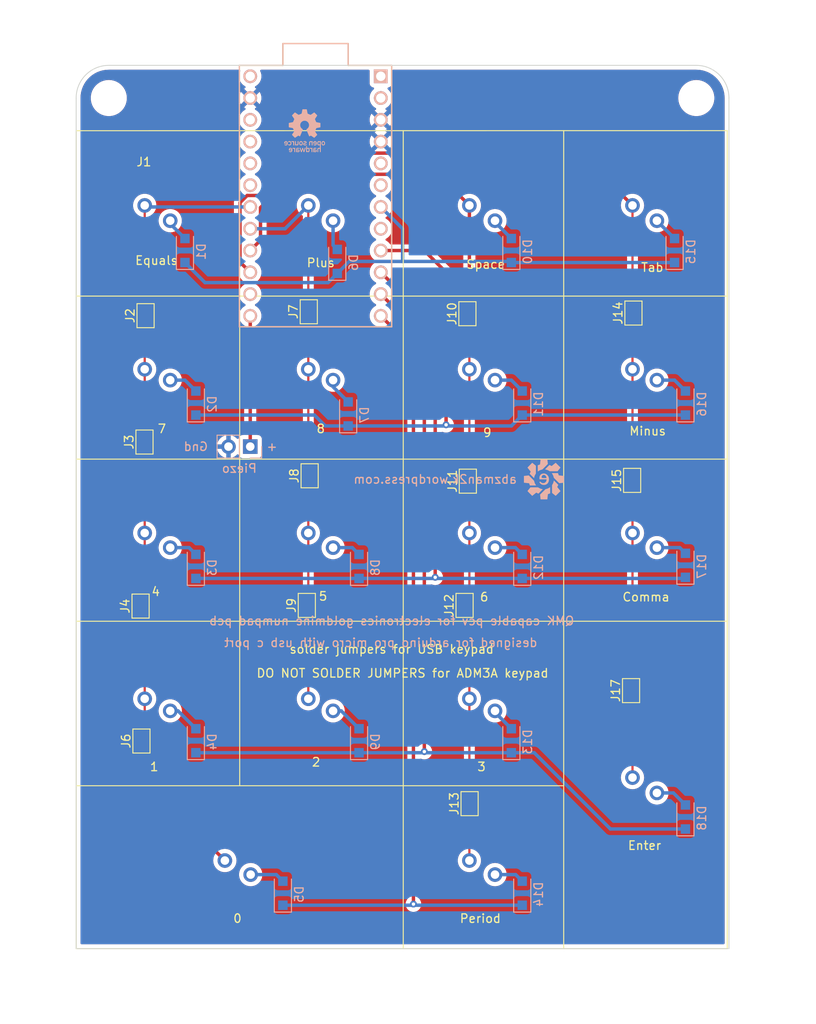
<source format=kicad_pcb>
(kicad_pcb (version 20211014) (generator pcbnew)
  (layers (0 "F.Cu" signal) (31 "B.Cu" signal) (34 "B.Paste" user) (35 "F.Paste" user) (36 "B.SilkS" user "B.Silkscreen") (37 "F.SilkS" user "F.Silkscreen") (38 "B.Mask" user) (39 "F.Mask" user) (44 "Edge.Cuts" user))
  (net 0 "")
  (net 1 "Net-(B1-Pad1)")
  (net 2 "GND")
  (net 3 "/row1")
  (net 4 "Net-(D1-Pad2)")
  (net 5 "/row2")
  (net 6 "Net-(D2-Pad2)")
  (net 7 "/row3")
  (net 8 "Net-(D3-Pad2)")
  (net 9 "/row4")
  (net 10 "Net-(D4-Pad2)")
  (net 11 "/row5")
  (net 12 "Net-(D5-Pad2)")
  (net 13 "Net-(D6-Pad2)")
  (net 14 "Net-(D7-Pad2)")
  (net 15 "Net-(D8-Pad2)")
  (net 16 "Net-(D9-Pad2)")
  (net 17 "Net-(D10-Pad2)")
  (net 18 "Net-(D11-Pad2)")
  (net 19 "Net-(D12-Pad2)")
  (net 20 "Net-(D13-Pad2)")
  (net 21 "Net-(D14-Pad2)")
  (net 22 "Net-(D15-Pad2)")
  (net 23 "Net-(D16-Pad2)")
  (net 24 "Net-(D17-Pad2)")
  (net 25 "Net-(D18-Pad2)")
  (net 26 "/col1")
  (net 27 "/col2")
  (net 28 "/col3")
  (net 29 "/col4")
  (net 41 "Net-(J1-Pad9)")
  (net 42 "Net-(J1-Pad11)")
  (net 43 "Net-(J1-Pad13)")
  (net 44 "Net-(J1-Pad15)")
  (net 45 "Net-(J1-Pad17)")
  (net 46 "Net-(J1-Pad19)")
  (net 47 "Net-(J1-Pad21)")
  (net 48 "Net-(J1-Pad25)")
  (net 49 "Net-(J1-Pad27)")
  (net 50 "Net-(J1-Pad29)")
  (net 51 "Net-(J1-Pad31)")
  (net 52 "Net-(J1-Pad33)")
  (net 53 "Net-(J1-Pad35)")
  (net 54 "Net-(J17-Pad2)")
  (footprint "Jumper:SolderJumper-2_P1.3mm_Open_TrianglePad1.0x1.5mm" (layer "F.Cu") (at 154.94 85.307 90)
    (fp_text reference "J11" (at 0 -1.8 90) (layer "F.SilkS"))
    (fp_text value "Conn_01x02")
    (pad "1" smd custom locked (at -0.725 0 90) (size 0.3 0.3) (layers "F.Cu" "F.Mask") (net 47 "Net-(J1-Pad21)") (options (clearance outline) (anchor rect)) (primitives (gr_poly (pts (xy 1 0) (xy 0.5 0.75) (xy -0.5 0.75) (xy -0.5 -0.75) (xy 0.5 -0.75)) (width 0) (fill yes))))
    (pad "2" smd custom locked (at 0.725 0 90) (size 0.3 0.3) (layers "F.Cu" "F.Mask") (net 43 "Net-(J1-Pad13)") (options (clearance outline) (anchor rect)) (primitives (gr_poly (pts (xy 0.5 0.75) (xy -0.65 0.75) (xy -0.15 0) (xy -0.65 -0.75) (xy 0.5 -0.75)) (width 0) (fill yes))))
  )
  (footprint "Jumper:SolderJumper-2_P1.3mm_Open_TrianglePad1.0x1.5mm" (layer "F.Cu") (at 136.3726 65.5574 90)
    (fp_text reference "J7" (at 0 -1.8 90) (layer "F.SilkS"))
    (fp_text value "Conn_01x02")
    (pad "1" smd custom locked (at -0.725 0 90) (size 0.3 0.3) (layers "F.Cu" "F.Mask") (net 42 "Net-(J1-Pad11)") (options (clearance outline) (anchor rect)) (primitives (gr_poly (pts (xy 1 0) (xy 0.5 0.75) (xy -0.5 0.75) (xy -0.5 -0.75) (xy 0.5 -0.75)) (width 0) (fill yes))))
    (pad "2" smd custom locked (at 0.725 0 90) (size 0.3 0.3) (layers "F.Cu" "F.Mask") (net 27 "/col2") (options (clearance outline) (anchor rect)) (primitives (gr_poly (pts (xy 0.5 0.75) (xy -0.65 0.75) (xy -0.15 0) (xy -0.65 -0.75) (xy 0.5 -0.75)) (width 0) (fill yes))))
  )
  (footprint "Jumper:SolderJumper-2_P1.3mm_Open_TrianglePad1.0x1.5mm" (layer "F.Cu") (at 136.4742 84.6836 90)
    (fp_text reference "J8" (at 0 -1.8 90) (layer "F.SilkS"))
    (fp_text value "Conn_01x02")
    (pad "1" smd custom locked (at -0.725 0 90) (size 0.3 0.3) (layers "F.Cu" "F.Mask") (net 46 "Net-(J1-Pad19)") (options (clearance outline) (anchor rect)) (primitives (gr_poly (pts (xy 1 0) (xy 0.5 0.75) (xy -0.5 0.75) (xy -0.5 -0.75) (xy 0.5 -0.75)) (width 0) (fill yes))))
    (pad "2" smd custom locked (at 0.725 0 90) (size 0.3 0.3) (layers "F.Cu" "F.Mask") (net 42 "Net-(J1-Pad11)") (options (clearance outline) (anchor rect)) (primitives (gr_poly (pts (xy 0.5 0.75) (xy -0.65 0.75) (xy -0.15 0) (xy -0.65 -0.75) (xy 0.5 -0.75)) (width 0) (fill yes))))
  )
  (footprint "Jumper:SolderJumper-2_P1.3mm_Open_TrianglePad1.0x1.5mm" (layer "F.Cu") (at 174.117 85.217 90)
    (fp_text reference "J15" (at 0 -1.8 90) (layer "F.SilkS"))
    (fp_text value "Conn_01x02")
    (pad "1" smd custom locked (at -0.725 0 90) (size 0.3 0.3) (layers "F.Cu" "F.Mask") (net 54 "Net-(J17-Pad2)") (options (clearance outline) (anchor rect)) (primitives (gr_poly (pts (xy 1 0) (xy 0.5 0.75) (xy -0.5 0.75) (xy -0.5 -0.75) (xy 0.5 -0.75)) (width 0) (fill yes))))
    (pad "2" smd custom locked (at 0.725 0 90) (size 0.3 0.3) (layers "F.Cu" "F.Mask") (net 44 "Net-(J1-Pad15)") (options (clearance outline) (anchor rect)) (primitives (gr_poly (pts (xy 0.5 0.75) (xy -0.65 0.75) (xy -0.15 0) (xy -0.65 -0.75) (xy 0.5 -0.75)) (width 0) (fill yes))))
  )
  (footprint "Jumper:SolderJumper-2_P1.3mm_Open_TrianglePad1.0x1.5mm" (layer "F.Cu") (at 174.2694 65.7098 90)
    (fp_text reference "J14" (at 0 -1.8 90) (layer "F.SilkS"))
    (fp_text value "Conn_01x02")
    (pad "1" smd custom locked (at -0.725 0 90) (size 0.3 0.3) (layers "F.Cu" "F.Mask") (net 44 "Net-(J1-Pad15)") (options (clearance outline) (anchor rect)) (primitives (gr_poly (pts (xy 1 0) (xy 0.5 0.75) (xy -0.5 0.75) (xy -0.5 -0.75) (xy 0.5 -0.75)) (width 0) (fill yes))))
    (pad "2" smd custom locked (at 0.725 0 90) (size 0.3 0.3) (layers "F.Cu" "F.Mask") (net 29 "/col4") (options (clearance outline) (anchor rect)) (primitives (gr_poly (pts (xy 0.5 0.75) (xy -0.65 0.75) (xy -0.15 0) (xy -0.65 -0.75) (xy 0.5 -0.75)) (width 0) (fill yes))))
  )
  (footprint "Evan's misc parts:electronicsgoldmine_numpad" (layer "F.Cu") (at 109.22 44.45)
    (fp_text reference "J1" (at 7.91 3.64 unlocked) (layer "F.SilkS"))
    (fp_text value "numpad")
    (fp_text user "4" (at 9.29 53.74 unlocked) (layer "F.SilkS"))
    (fp_text user "Comma" (at 66.52 54.37 unlocked) (layer "F.SilkS"))
    (fp_text user "1" (at 9.11 74.16 unlocked) (layer "F.SilkS"))
    (fp_text user "Minus" (at 66.71 35.02 unlocked) (layer "F.SilkS"))
    (fp_text user "Enter" (at 66.35 83.34 unlocked) (layer "F.SilkS"))
    (fp_text user "Plus" (at 28.55 15.4 unlocked) (layer "F.SilkS"))
    (fp_text user "2" (at 28.01 73.62 unlocked) (layer "F.SilkS"))
    (fp_text user "5" (at 28.82 54.28 unlocked) (layer "F.SilkS"))
    (fp_text user "Period" (at 47.18 91.85 unlocked) (layer "F.SilkS"))
    (fp_text user "7" (at 10.01 34.75 unlocked) (layer "F.SilkS"))
    (fp_text user "3" (at 47.32 74.16 unlocked) (layer "F.SilkS"))
    (fp_text user "8" (at 28.55 34.75 unlocked) (layer "F.SilkS"))
    (fp_text user "9" (at 47.99 35.2 unlocked) (layer "F.SilkS"))
    (fp_text user "Equals" (at 9.38 15.13 unlocked) (layer "F.SilkS"))
    (fp_text user "Space" (at 47.81 15.58 unlocked) (layer "F.SilkS"))
    (fp_text user "6" (at 47.63 54.37 unlocked) (layer "F.SilkS"))
    (fp_text user "0" (at 18.83 91.85 unlocked) (layer "F.SilkS"))
    (fp_text user "Tab" (at 67.25 15.94 unlocked) (layer "F.SilkS"))
    (pad "1" thru_hole circle (at 8 8.71) (size 1.7 1.7) (drill 1) (layers *.Cu *.Mask) (net 26 "/col1"))
    (pad "2" thru_hole circle (at 10.98 10.49) (size 1.7 1.7) (drill 1) (layers *.Cu *.Mask) (net 4 "Net-(D1-Pad2)"))
    (pad "3" thru_hole circle (at 27.1 8.71) (size 1.7 1.7) (drill 1) (layers *.Cu *.Mask) (net 27 "/col2"))
    (pad "4" thru_hole circle (at 29.99 10.49) (size 1.7 1.7) (drill 1) (layers *.Cu *.Mask) (net 13 "Net-(D6-Pad2)"))
    (pad "5" thru_hole circle (at 45.9 8.71) (size 1.7 1.7) (drill 1) (layers *.Cu *.Mask) (net 28 "/col3"))
    (pad "6" thru_hole circle (at 48.89 10.49) (size 1.7 1.7) (drill 1) (layers *.Cu *.Mask) (net 17 "Net-(D10-Pad2)"))
    (pad "7" thru_hole circle (at 64.94 8.71) (size 1.7 1.7) (drill 1) (layers *.Cu *.Mask) (net 29 "/col4"))
    (pad "8" thru_hole circle (at 67.79 10.49) (size 1.7 1.7) (drill 1) (layers *.Cu *.Mask) (net 22 "Net-(D15-Pad2)"))
    (pad "9" thru_hole circle (at 8 27.81) (size 1.7 1.7) (drill 1) (layers *.Cu *.Mask) (net 41 "Net-(J1-Pad9)"))
    (pad "10" thru_hole circle (at 10.98 29.08) (size 1.7 1.7) (drill 1) (layers *.Cu *.Mask) (net 6 "Net-(D2-Pad2)"))
    (pad "11" thru_hole circle (at 27.1 27.81) (size 1.7 1.7) (drill 1) (layers *.Cu *.Mask) (net 42 "Net-(J1-Pad11)"))
    (pad "12" thru_hole circle (at 29.99 29.08) (size 1.7 1.7) (drill 1) (layers *.Cu *.Mask) (net 14 "Net-(D7-Pad2)"))
    (pad "13" thru_hole circle (at 45.9 27.81) (size 1.7 1.7) (drill 1) (layers *.Cu *.Mask) (net 43 "Net-(J1-Pad13)"))
    (pad "14" thru_hole circle (at 48.89 29.08) (size 1.7 1.7) (drill 1) (layers *.Cu *.Mask) (net 18 "Net-(D11-Pad2)"))
    (pad "15" thru_hole circle (at 64.94 27.81) (size 1.7 1.7) (drill 1) (layers *.Cu *.Mask) (net 44 "Net-(J1-Pad15)"))
    (pad "16" thru_hole circle (at 67.79 29.08) (size 1.7 1.7) (drill 1) (layers *.Cu *.Mask) (net 23 "Net-(D16-Pad2)"))
    (pad "17" thru_hole circle (at 8 46.9) (size 1.7 1.7) (drill 1) (layers *.Cu *.Mask) (net 45 "Net-(J1-Pad17)"))
    (pad "18" thru_hole circle (at 10.98 48.61) (size 1.7 1.7) (drill 1) (layers *.Cu *.Mask) (net 8 "Net-(D3-Pad2)"))
    (pad "19" thru_hole circle (at 27.1 46.9) (size 1.7 1.7) (drill 1) (layers *.Cu *.Mask) (net 46 "Net-(J1-Pad19)"))
    (pad "20" thru_hole circle (at 29.99 48.61) (size 1.7 1.7) (drill 1) (layers *.Cu *.Mask) (net 15 "Net-(D8-Pad2)"))
    (pad "21" thru_hole circle (at 45.9 46.9) (size 1.7 1.7) (drill 1) (layers *.Cu *.Mask) (net 47 "Net-(J1-Pad21)"))
    (pad "22" thru_hole circle (at 48.89 48.61) (size 1.7 1.7) (drill 1) (layers *.Cu *.Mask) (net 19 "Net-(D12-Pad2)"))
    (pad "23" thru_hole circle (at 64.94 46.9) (size 1.7 1.7) (drill 1) (layers *.Cu *.Mask) (net 54 "Net-(J17-Pad2)"))
    (pad "24" thru_hole circle (at 67.79 48.61) (size 1.7 1.7) (drill 1) (layers *.Cu *.Mask) (net 24 "Net-(D17-Pad2)"))
    (pad "25" thru_hole circle (at 8 66.23) (size 1.7 1.7) (drill 1) (layers *.Cu *.Mask) (net 48 "Net-(J1-Pad25)"))
    (pad "26" thru_hole circle (at 10.98 67.64) (size 1.7 1.7) (drill 1) (layers *.Cu *.Mask) (net 10 "Net-(D4-Pad2)"))
    (pad "27" thru_hole circle (at 27.1 66.23) (size 1.7 1.7) (drill 1) (layers *.Cu *.Mask) (net 49 "Net-(J1-Pad27)"))
    (pad "28" thru_hole circle (at 29.99 67.64) (size 1.7 1.7) (drill 1) (layers *.Cu *.Mask) (net 16 "Net-(D9-Pad2)"))
    (pad "29" thru_hole circle (at 45.9 66.23) (size 1.7 1.7) (drill 1) (layers *.Cu *.Mask) (net 50 "Net-(J1-Pad29)"))
    (pad "30" thru_hole circle (at 48.89 67.64) (size 1.7 1.7) (drill 1) (layers *.Cu *.Mask) (net 20 "Net-(D13-Pad2)"))
    (pad "31" thru_hole circle (at 64.94 75.42) (size 1.7 1.7) (drill 1) (layers *.Cu *.Mask) (net 51 "Net-(J1-Pad31)"))
    (pad "32" thru_hole circle (at 67.79 77.21) (size 1.7 1.7) (drill 1) (layers *.Cu *.Mask) (net 25 "Net-(D18-Pad2)"))
    (pad "33" thru_hole circle (at 17.36 85.09) (size 1.7 1.7) (drill 1) (layers *.Cu *.Mask) (net 52 "Net-(J1-Pad33)"))
    (pad "34" thru_hole circle (at 20.37 86.73) (size 1.7 1.7) (drill 1) (layers *.Cu *.Mask) (net 12 "Net-(D5-Pad2)"))
    (pad "35" thru_hole circle (at 45.9 85.09) (size 1.7 1.7) (drill 1) (layers *.Cu *.Mask) (net 53 "Net-(J1-Pad35)"))
    (pad "36" thru_hole circle (at 48.89 86.73) (size 1.7 1.7) (drill 1) (layers *.Cu *.Mask) (net 21 "Net-(D14-Pad2)"))
  )
  (footprint "Jumper:SolderJumper-2_P1.3mm_Open_TrianglePad1.0x1.5mm" (layer "F.Cu") (at 136.144 99.7966 90)
    (fp_text reference "J9" (at 0 -1.8 90) (layer "F.SilkS"))
    (fp_text value "Conn_01x02")
    (pad "1" smd custom locked (at -0.725 0 90) (size 0.3 0.3) (layers "F.Cu" "F.Mask") (net 49 "Net-(J1-Pad27)") (options (clearance outline) (anchor rect)) (primitives (gr_poly (pts (xy 1 0) (xy 0.5 0.75) (xy -0.5 0.75) (xy -0.5 -0.75) (xy 0.5 -0.75)) (width 0) (fill yes))))
    (pad "2" smd custom locked (at 0.725 0 90) (size 0.3 0.3) (layers "F.Cu" "F.Mask") (net 46 "Net-(J1-Pad19)") (options (clearance outline) (anchor rect)) (primitives (gr_poly (pts (xy 0.5 0.75) (xy -0.65 0.75) (xy -0.15 0) (xy -0.65 -0.75) (xy 0.5 -0.75)) (width 0) (fill yes))))
  )
  (footprint "MountingHole:MountingHole_3.2mm_M3" (layer "F.Cu") (at 113.03 40.64)
    (fp_text reference "REF**" hide)
    (fp_text value "MountingHole_3.2mm_M3")
    (pad "" np_thru_hole circle locked (at 0 0) (size 3.2 3.2) (drill 3.2) (layers *.Cu *.Mask))
  )
  (footprint "Jumper:SolderJumper-2_P1.3mm_Open_TrianglePad1.0x1.5mm" (layer "F.Cu") (at 154.8892 65.786 90)
    (fp_text reference "J10" (at 0 -1.8 90) (layer "F.SilkS"))
    (fp_text value "Conn_01x02")
    (pad "1" smd custom locked (at -0.725 0 90) (size 0.3 0.3) (layers "F.Cu" "F.Mask") (net 43 "Net-(J1-Pad13)") (options (clearance outline) (anchor rect)) (primitives (gr_poly (pts (xy 1 0) (xy 0.5 0.75) (xy -0.5 0.75) (xy -0.5 -0.75) (xy 0.5 -0.75)) (width 0) (fill yes))))
    (pad "2" smd custom locked (at 0.725 0 90) (size 0.3 0.3) (layers "F.Cu" "F.Mask") (net 28 "/col3") (options (clearance outline) (anchor rect)) (primitives (gr_poly (pts (xy 0.5 0.75) (xy -0.65 0.75) (xy -0.15 0) (xy -0.65 -0.75) (xy 0.5 -0.75)) (width 0) (fill yes))))
  )
  (footprint "Jumper:SolderJumper-2_P1.3mm_Open_TrianglePad1.0x1.5mm" (layer "F.Cu") (at 116.84 115.607 90)
    (fp_text reference "J6" (at 0 -1.8 90) (layer "F.SilkS"))
    (fp_text value "Conn_01x02")
    (pad "1" smd custom locked (at -0.725 0 90) (size 0.3 0.3) (layers "F.Cu" "F.Mask") (net 52 "Net-(J1-Pad33)") (options (clearance outline) (anchor rect)) (primitives (gr_poly (pts (xy 1 0) (xy 0.5 0.75) (xy -0.5 0.75) (xy -0.5 -0.75) (xy 0.5 -0.75)) (width 0) (fill yes))))
    (pad "2" smd custom locked (at 0.725 0 90) (size 0.3 0.3) (layers "F.Cu" "F.Mask") (net 48 "Net-(J1-Pad25)") (options (clearance outline) (anchor rect)) (primitives (gr_poly (pts (xy 0.5 0.75) (xy -0.65 0.75) (xy -0.15 0) (xy -0.65 -0.75) (xy 0.5 -0.75)) (width 0) (fill yes))))
  )
  (footprint "Jumper:SolderJumper-2_P1.3mm_Open_TrianglePad1.0x1.5mm" (layer "F.Cu") (at 155.1432 122.9106 90)
    (fp_text reference "J13" (at 0 -1.8 90) (layer "F.SilkS"))
    (fp_text value "Conn_01x02")
    (pad "1" smd custom locked (at -0.725 0 90) (size 0.3 0.3) (layers "F.Cu" "F.Mask") (net 53 "Net-(J1-Pad35)") (options (clearance outline) (anchor rect)) (primitives (gr_poly (pts (xy 1 0) (xy 0.5 0.75) (xy -0.5 0.75) (xy -0.5 -0.75) (xy 0.5 -0.75)) (width 0) (fill yes))))
    (pad "2" smd custom locked (at 0.725 0 90) (size 0.3 0.3) (layers "F.Cu" "F.Mask") (net 50 "Net-(J1-Pad29)") (options (clearance outline) (anchor rect)) (primitives (gr_poly (pts (xy 0.5 0.75) (xy -0.65 0.75) (xy -0.15 0) (xy -0.65 -0.75) (xy 0.5 -0.75)) (width 0) (fill yes))))
  )
  (footprint "Jumper:SolderJumper-2_P1.3mm_Open_TrianglePad1.0x1.5mm" (layer "F.Cu") (at 116.7384 99.8728 90)
    (fp_text reference "J4" (at 0 -1.8 90) (layer "F.SilkS"))
    (fp_text value "Conn_01x02")
    (pad "1" smd custom locked (at -0.725 0 90) (size 0.3 0.3) (layers "F.Cu" "F.Mask") (net 48 "Net-(J1-Pad25)") (options (clearance outline) (anchor rect)) (primitives (gr_poly (pts (xy 1 0) (xy 0.5 0.75) (xy -0.5 0.75) (xy -0.5 -0.75) (xy 0.5 -0.75)) (width 0) (fill yes))))
    (pad "2" smd custom locked (at 0.725 0 90) (size 0.3 0.3) (layers "F.Cu" "F.Mask") (net 45 "Net-(J1-Pad17)") (options (clearance outline) (anchor rect)) (primitives (gr_poly (pts (xy 0.5 0.75) (xy -0.65 0.75) (xy -0.15 0) (xy -0.65 -0.75) (xy 0.5 -0.75)) (width 0) (fill yes))))
  )
  (footprint "Jumper:SolderJumper-2_P1.3mm_Open_TrianglePad1.0x1.5mm" (layer "F.Cu") (at 173.99 109.728 90)
    (fp_text reference "J17" (at 0 -1.8 90) (layer "F.SilkS"))
    (fp_text value "Conn_01x02")
    (pad "1" smd custom locked (at -0.725 0 90) (size 0.3 0.3) (layers "F.Cu" "F.Mask") (net 51 "Net-(J1-Pad31)") (options (clearance outline) (anchor rect)) (primitives (gr_poly (pts (xy 1 0) (xy 0.5 0.75) (xy -0.5 0.75) (xy -0.5 -0.75) (xy 0.5 -0.75)) (width 0) (fill yes))))
    (pad "2" smd custom locked (at 0.725 0 90) (size 0.3 0.3) (layers "F.Cu" "F.Mask") (net 54 "Net-(J17-Pad2)") (options (clearance outline) (anchor rect)) (primitives (gr_poly (pts (xy 0.5 0.75) (xy -0.65 0.75) (xy -0.15 0) (xy -0.65 -0.75) (xy 0.5 -0.75)) (width 0) (fill yes))))
  )
  (footprint "MountingHole:MountingHole_3.2mm_M3" (layer "F.Cu") (at 181.61 40.64)
    (fp_text reference "REF**" hide)
    (fp_text value "MountingHole_3.2mm_M3")
    (pad "" np_thru_hole circle locked (at 0 0) (size 3.2 3.2) (drill 3.2) (layers *.Cu *.Mask))
  )
  (footprint "Jumper:SolderJumper-2_P1.3mm_Open_TrianglePad1.0x1.5mm" (layer "F.Cu") (at 154.559 99.7966 90)
    (fp_text reference "J12" (at 0 -1.8 90) (layer "F.SilkS"))
    (fp_text value "Conn_01x02")
    (pad "1" smd custom locked (at -0.725 0 90) (size 0.3 0.3) (layers "F.Cu" "F.Mask") (net 50 "Net-(J1-Pad29)") (options (clearance outline) (anchor rect)) (primitives (gr_poly (pts (xy 1 0) (xy 0.5 0.75) (xy -0.5 0.75) (xy -0.5 -0.75) (xy 0.5 -0.75)) (width 0) (fill yes))))
    (pad "2" smd custom locked (at 0.725 0 90) (size 0.3 0.3) (layers "F.Cu" "F.Mask") (net 47 "Net-(J1-Pad21)") (options (clearance outline) (anchor rect)) (primitives (gr_poly (pts (xy 0.5 0.75) (xy -0.65 0.75) (xy -0.15 0) (xy -0.65 -0.75) (xy 0.5 -0.75)) (width 0) (fill yes))))
  )
  (footprint "Jumper:SolderJumper-2_P1.3mm_Open_TrianglePad1.0x1.5mm" (layer "F.Cu") (at 117.1956 80.7466 90)
    (fp_text reference "J3" (at 0 -1.8 90) (layer "F.SilkS"))
    (fp_text value "Conn_01x02")
    (pad "1" smd custom locked (at -0.725 0 90) (size 0.3 0.3) (layers "F.Cu" "F.Mask") (net 45 "Net-(J1-Pad17)") (options (clearance outline) (anchor rect)) (primitives (gr_poly (pts (xy 1 0) (xy 0.5 0.75) (xy -0.5 0.75) (xy -0.5 -0.75) (xy 0.5 -0.75)) (width 0) (fill yes))))
    (pad "2" smd custom locked (at 0.725 0 90) (size 0.3 0.3) (layers "F.Cu" "F.Mask") (net 41 "Net-(J1-Pad9)") (options (clearance outline) (anchor rect)) (primitives (gr_poly (pts (xy 0.5 0.75) (xy -0.65 0.75) (xy -0.15 0) (xy -0.65 -0.75) (xy 0.5 -0.75)) (width 0) (fill yes))))
  )
  (footprint "Jumper:SolderJumper-2_P1.3mm_Open_TrianglePad1.0x1.5mm" (layer "F.Cu") (at 117.3226 66.0146 90)
    (fp_text reference "J2" (at 0 -1.8 90) (layer "F.SilkS"))
    (fp_text value "Conn_01x02")
    (pad "1" smd custom locked (at -0.725 0 90) (size 0.3 0.3) (layers "F.Cu" "F.Mask") (net 41 "Net-(J1-Pad9)") (options (clearance outline) (anchor rect)) (primitives (gr_poly (pts (xy 1 0) (xy 0.5 0.75) (xy -0.5 0.75) (xy -0.5 -0.75) (xy 0.5 -0.75)) (width 0) (fill yes))))
    (pad "2" smd custom locked (at 0.725 0 90) (size 0.3 0.3) (layers "F.Cu" "F.Mask") (net 26 "/col1") (options (clearance outline) (anchor rect)) (primitives (gr_poly (pts (xy 0.5 0.75) (xy -0.65 0.75) (xy -0.15 0) (xy -0.65 -0.75) (xy 0.5 -0.75)) (width 0) (fill yes))))
  )
  (footprint "Diode_SMD:D_SOD-123F" (layer "B.Cu") (at 123.19 95.25 90)
    (fp_text reference "D3" (at -0.127 1.905 90) (layer "B.SilkS") (effects (justify mirror)))
    (fp_text value "1N4148")
    (pad "1" smd rect locked (at -1.4 0 90) (size 1.1 1.1) (layers "B.Cu" "B.Paste" "B.Mask") (net 7 "/row3"))
    (pad "2" smd rect locked (at 1.4 0 90) (size 1.1 1.1) (layers "B.Cu" "B.Paste" "B.Mask") (net 8 "Net-(D3-Pad2)"))
  )
  (footprint "Diode_SMD:D_SOD-123F" (layer "B.Cu") (at 161.29 76.2 90)
    (fp_text reference "D11" (at -0.127 1.905 90) (layer "B.SilkS") (effects (justify mirror)))
    (fp_text value "1N4148")
    (pad "1" smd rect locked (at -1.4 0 90) (size 1.1 1.1) (layers "B.Cu" "B.Paste" "B.Mask") (net 5 "/row2"))
    (pad "2" smd rect locked (at 1.4 0 90) (size 1.1 1.1) (layers "B.Cu" "B.Paste" "B.Mask") (net 18 "Net-(D11-Pad2)"))
  )
  (footprint "Diode_SMD:D_SOD-123F" (layer "B.Cu") (at 180.34 76.2 90)
    (fp_text reference "D16" (at -0.127 1.905 90) (layer "B.SilkS") (effects (justify mirror)))
    (fp_text value "1N4148")
    (pad "1" smd rect locked (at -1.4 0 90) (size 1.1 1.1) (layers "B.Cu" "B.Paste" "B.Mask") (net 5 "/row2"))
    (pad "2" smd rect locked (at 1.4 0 90) (size 1.1 1.1) (layers "B.Cu" "B.Paste" "B.Mask") (net 23 "Net-(D16-Pad2)"))
  )
  (footprint "Diode_SMD:D_SOD-123F" (layer "B.Cu") (at 121.92 58.42 90)
    (fp_text reference "D1" (at -0.127 1.905 90) (layer "B.SilkS") (effects (justify mirror)))
    (fp_text value "1N4148")
    (pad "1" smd rect locked (at -1.4 0 90) (size 1.1 1.1) (layers "B.Cu" "B.Paste" "B.Mask") (net 3 "/row1"))
    (pad "2" smd rect locked (at 1.4 0 90) (size 1.1 1.1) (layers "B.Cu" "B.Paste" "B.Mask") (net 4 "Net-(D1-Pad2)"))
  )
  (footprint "Diode_SMD:D_SOD-123F" (layer "B.Cu") (at 180.34 124.46 90)
    (fp_text reference "D18" (at -0.127 1.905 90) (layer "B.SilkS") (effects (justify mirror)))
    (fp_text value "1N4148")
    (pad "1" smd rect locked (at -1.4 0 90) (size 1.1 1.1) (layers "B.Cu" "B.Paste" "B.Mask") (net 9 "/row4"))
    (pad "2" smd rect locked (at 1.4 0 90) (size 1.1 1.1) (layers "B.Cu" "B.Paste" "B.Mask") (net 25 "Net-(D18-Pad2)"))
  )
  (footprint "Evan's misc parts:Evan Logo" (layer "B.Cu") (at 163.83 85.09 180)
    (fp_text reference "G***" hide)
    (fp_text value "LOGO" hide)
  )
  (footprint "Diode_SMD:D_SOD-123F" (layer "B.Cu") (at 160.02 115.57 90)
    (fp_text reference "D13" (at -0.127 1.905 90) (layer "B.SilkS") (effects (justify mirror)))
    (fp_text value "1N4148")
    (pad "1" smd rect locked (at -1.4 0 90) (size 1.1 1.1) (layers "B.Cu" "B.Paste" "B.Mask") (net 9 "/row4"))
    (pad "2" smd rect locked (at 1.4 0 90) (size 1.1 1.1) (layers "B.Cu" "B.Paste" "B.Mask") (net 20 "Net-(D13-Pad2)"))
  )
  (footprint "Diode_SMD:D_SOD-123F" (layer "B.Cu") (at 123.19 115.57 90)
    (fp_text reference "D4" (at -0.127 1.905 90) (layer "B.SilkS") (effects (justify mirror)))
    (fp_text value "1N4148")
    (pad "1" smd rect locked (at -1.4 0 90) (size 1.1 1.1) (layers "B.Cu" "B.Paste" "B.Mask") (net 9 "/row4"))
    (pad "2" smd rect locked (at 1.4 0 90) (size 1.1 1.1) (layers "B.Cu" "B.Paste" "B.Mask") (net 10 "Net-(D4-Pad2)"))
  )
  (footprint "Diode_SMD:D_SOD-123F" (layer "B.Cu") (at 161.29 133.35 90)
    (fp_text reference "D14" (at -0.127 1.905 90) (layer "B.SilkS") (effects (justify mirror)))
    (fp_text value "1N4148")
    (pad "1" smd rect locked (at -1.4 0 90) (size 1.1 1.1) (layers "B.Cu" "B.Paste" "B.Mask") (net 11 "/row5"))
    (pad "2" smd rect locked (at 1.4 0 90) (size 1.1 1.1) (layers "B.Cu" "B.Paste" "B.Mask") (net 21 "Net-(D14-Pad2)"))
  )
  (footprint "Diode_SMD:D_SOD-123F" (layer "B.Cu") (at 160.02 58.42 90)
    (fp_text reference "D10" (at -0.127 1.905 90) (layer "B.SilkS") (effects (justify mirror)))
    (fp_text value "1N4148")
    (pad "1" smd rect locked (at -1.4 0 90) (size 1.1 1.1) (layers "B.Cu" "B.Paste" "B.Mask") (net 3 "/row1"))
    (pad "2" smd rect locked (at 1.4 0 90) (size 1.1 1.1) (layers "B.Cu" "B.Paste" "B.Mask") (net 17 "Net-(D10-Pad2)"))
  )
  (footprint "Diode_SMD:D_SOD-123F" (layer "B.Cu") (at 133.35 133.35 90)
    (fp_text reference "D5" (at -0.127 1.905 90) (layer "B.SilkS") (effects (justify mirror)))
    (fp_text value "1N4148")
    (pad "1" smd rect locked (at -1.4 0 90) (size 1.1 1.1) (layers "B.Cu" "B.Paste" "B.Mask") (net 11 "/row5"))
    (pad "2" smd rect locked (at 1.4 0 90) (size 1.1 1.1) (layers "B.Cu" "B.Paste" "B.Mask") (net 12 "Net-(D5-Pad2)"))
  )
  (footprint "Connector_PinHeader_2.54mm:PinHeader_1x02_P2.54mm_Vertical" (layer "B.Cu") (at 129.54 81.28 90)
    (fp_text reference "B1" hide)
    (fp_text value "piezo")
    (pad "1" thru_hole rect locked (at 0 0 90) (size 1.7 1.7) (drill 1) (layers *.Cu *.Mask) (net 1 "Net-(B1-Pad1)"))
    (pad "2" thru_hole oval locked (at 0 -2.54 90) (size 1.7 1.7) (drill 1) (layers *.Cu *.Mask) (net 2 "GND"))
  )
  (footprint "Diode_SMD:D_SOD-123F" (layer "B.Cu") (at 139.7 59.69 90)
    (fp_text reference "D6" (at -0.127 1.905 90) (layer "B.SilkS") (effects (justify mirror)))
    (fp_text value "1N4148")
    (pad "1" smd rect locked (at -1.4 0 90) (size 1.1 1.1) (layers "B.Cu" "B.Paste" "B.Mask") (net 3 "/row1"))
    (pad "2" smd rect locked (at 1.4 0 90) (size 1.1 1.1) (layers "B.Cu" "B.Paste" "B.Mask") (net 13 "Net-(D6-Pad2)"))
  )
  (footprint "Diode_SMD:D_SOD-123F" (layer "B.Cu") (at 179.07 58.42 90)
    (fp_text reference "D15" (at -0.127 1.905 90) (layer "B.SilkS") (effects (justify mirror)))
    (fp_text value "1N4148")
    (pad "1" smd rect locked (at -1.4 0 90) (size 1.1 1.1) (layers "B.Cu" "B.Paste" "B.Mask") (net 3 "/row1"))
    (pad "2" smd rect locked (at 1.4 0 90) (size 1.1 1.1) (layers "B.Cu" "B.Paste" "B.Mask") (net 22 "Net-(D15-Pad2)"))
  )
  (footprint "Diode_SMD:D_SOD-123F" (layer "B.Cu") (at 161.29 95.25 90)
    (fp_text reference "D12" (at -0.127 1.905 90) (layer "B.SilkS") (effects (justify mirror)))
    (fp_text value "1N4148")
    (pad "1" smd rect locked (at -1.4 0 90) (size 1.1 1.1) (layers "B.Cu" "B.Paste" "B.Mask") (net 7 "/row3"))
    (pad "2" smd rect locked (at 1.4 0 90) (size 1.1 1.1) (layers "B.Cu" "B.Paste" "B.Mask") (net 19 "Net-(D12-Pad2)"))
  )
  (footprint "Diode_SMD:D_SOD-123F" (layer "B.Cu") (at 123.19 76.2 90)
    (fp_text reference "D2" (at -0.127 1.905 90) (layer "B.SilkS") (effects (justify mirror)))
    (fp_text value "1N4148")
    (pad "1" smd rect locked (at -1.4 0 90) (size 1.1 1.1) (layers "B.Cu" "B.Paste" "B.Mask") (net 5 "/row2"))
    (pad "2" smd rect locked (at 1.4 0 90) (size 1.1 1.1) (layers "B.Cu" "B.Paste" "B.Mask") (net 6 "Net-(D2-Pad2)"))
  )
  (footprint "Diode_SMD:D_SOD-123F" (layer "B.Cu") (at 142.24 95.25 90)
    (fp_text reference "D8" (at -0.127 1.905 90) (layer "B.SilkS") (effects (justify mirror)))
    (fp_text value "1N4148")
    (pad "1" smd rect locked (at -1.4 0 90) (size 1.1 1.1) (layers "B.Cu" "B.Paste" "B.Mask") (net 7 "/row3"))
    (pad "2" smd rect locked (at 1.4 0 90) (size 1.1 1.1) (layers "B.Cu" "B.Paste" "B.Mask") (net 15 "Net-(D8-Pad2)"))
  )
  (footprint "Evan's misc parts:OSHW gear" (layer "B.Cu") (at 135.89 44.45 180)
    (fp_text reference "G***" hide)
    (fp_text value "LOGO" hide)
  )
  (footprint "Diode_SMD:D_SOD-123F" (layer "B.Cu") (at 140.97 77.47 90)
    (fp_text reference "D7" (at -0.127 1.905 90) (layer "B.SilkS") (effects (justify mirror)))
    (fp_text value "1N4148")
    (pad "1" smd rect locked (at -1.4 0 90) (size 1.1 1.1) (layers "B.Cu" "B.Paste" "B.Mask") (net 5 "/row2"))
    (pad "2" smd rect locked (at 1.4 0 90) (size 1.1 1.1) (layers "B.Cu" "B.Paste" "B.Mask") (net 14 "Net-(D7-Pad2)"))
  )
  (footprint "Diode_SMD:D_SOD-123F" (layer "B.Cu") (at 142.24 115.57 90)
    (fp_text reference "D9" (at -0.127 1.905 90) (layer "B.SilkS") (effects (justify mirror)))
    (fp_text value "1N4148")
    (pad "1" smd rect locked (at -1.4 0 90) (size 1.1 1.1) (layers "B.Cu" "B.Paste" "B.Mask") (net 9 "/row4"))
    (pad "2" smd rect locked (at 1.4 0 90) (size 1.1 1.1) (layers "B.Cu" "B.Paste" "B.Mask") (net 16 "Net-(D9-Pad2)"))
  )
  (footprint "Diode_SMD:D_SOD-123F" (layer "B.Cu") (at 180.34 95.12 90)
    (fp_text reference "D17" (at -0.127 1.905 90) (layer "B.SilkS") (effects (justify mirror)))
    (fp_text value "1N4148")
    (pad "1" smd rect locked (at -1.4 0 90) (size 1.1 1.1) (layers "B.Cu" "B.Paste" "B.Mask") (net 7 "/row3"))
    (pad "2" smd rect locked (at 1.4 0 90) (size 1.1 1.1) (layers "B.Cu" "B.Paste" "B.Mask") (net 24 "Net-(D17-Pad2)"))
  )
  (footprint "Evan's misc parts:ProMicro" (layer "B.Cu") (at 137.16 52.07 -90)
    (fp_text reference "U1" hide)
    (fp_text value "ProMicro")
    (pad "1" thru_hole rect (at -13.97 -7.62 270) (size 1.6 1.6) (drill 1.1) (layers *.Cu *.Mask "B.SilkS"))
    (pad "2" thru_hole circle (at -11.43 -7.62 270) (size 1.6 1.6) (drill 1.1) (layers *.Cu *.Mask "B.SilkS"))
    (pad "3" thru_hole circle (at -8.89 -7.62 270) (size 1.6 1.6) (drill 1.1) (layers *.Cu *.Mask "B.SilkS") (net 2 "GND"))
    (pad "4" thru_hole circle (at -6.35 -7.62 270) (size 1.6 1.6) (drill 1.1) (layers *.Cu *.Mask "B.SilkS") (net 2 "GND"))
    (pad "5" thru_hole circle (at -3.81 -7.62 270) (size 1.6 1.6) (drill 1.1) (layers *.Cu *.Mask "B.SilkS"))
    (pad "6" thru_hole circle (at -1.27 -7.62 270) (size 1.6 1.6) (drill 1.1) (layers *.Cu *.Mask "B.SilkS"))
    (pad "7" thru_hole circle (at 1.27 -7.62 270) (size 1.6 1.6) (drill 1.1) (layers *.Cu *.Mask "B.SilkS") (net 3 "/row1"))
    (pad "8" thru_hole circle (at 3.81 -7.62 270) (size 1.6 1.6) (drill 1.1) (layers *.Cu *.Mask "B.SilkS"))
    (pad "9" thru_hole circle (at 6.35 -7.62 270) (size 1.6 1.6) (drill 1.1) (layers *.Cu *.Mask "B.SilkS") (net 5 "/row2"))
    (pad "10" thru_hole circle (at 8.89 -7.62 270) (size 1.6 1.6) (drill 1.1) (layers *.Cu *.Mask "B.SilkS") (net 7 "/row3"))
    (pad "11" thru_hole circle (at 11.43 -7.62 270) (size 1.6 1.6) (drill 1.1) (layers *.Cu *.Mask "B.SilkS") (net 9 "/row4"))
    (pad "12" thru_hole circle (at 13.97 -7.62 270) (size 1.6 1.6) (drill 1.1) (layers *.Cu *.Mask "B.SilkS") (net 11 "/row5"))
    (pad "13" thru_hole circle (at 13.97 7.62 270) (size 1.6 1.6) (drill 1.1) (layers *.Cu *.Mask "B.SilkS") (net 1 "Net-(B1-Pad1)"))
    (pad "14" thru_hole circle (at 11.43 7.62 270) (size 1.6 1.6) (drill 1.1) (layers *.Cu *.Mask "B.SilkS"))
    (pad "15" thru_hole circle (at 8.89 7.62 270) (size 1.6 1.6) (drill 1.1) (layers *.Cu *.Mask "B.SilkS") (net 29 "/col4"))
    (pad "16" thru_hole circle (at 6.35 7.62 270) (size 1.6 1.6) (drill 1.1) (layers *.Cu *.Mask "B.SilkS") (net 28 "/col3"))
    (pad "17" thru_hole circle (at 3.81 7.62 270) (size 1.6 1.6) (drill 1.1) (layers *.Cu *.Mask "B.SilkS") (net 27 "/col2"))
    (pad "18" thru_hole circle (at 1.27 7.62 270) (size 1.6 1.6) (drill 1.1) (layers *.Cu *.Mask "B.SilkS") (net 26 "/col1"))
    (pad "19" thru_hole circle (at -1.27 7.62 270) (size 1.6 1.6) (drill 1.1) (layers *.Cu *.Mask "B.SilkS"))
    (pad "20" thru_hole circle (at -3.81 7.62 270) (size 1.6 1.6) (drill 1.1) (layers *.Cu *.Mask "B.SilkS"))
    (pad "21" thru_hole circle (at -6.35 7.62 270) (size 1.6 1.6) (drill 1.1) (layers *.Cu *.Mask "B.SilkS"))
    (pad "22" thru_hole circle (at -8.89 7.62 270) (size 1.6 1.6) (drill 1.1) (layers *.Cu *.Mask "B.SilkS"))
    (pad "23" thru_hole circle (at -11.43 7.62 270) (size 1.6 1.6) (drill 1.1) (layers *.Cu *.Mask "B.SilkS") (net 2 "GND"))
    (pad "24" thru_hole circle (at -13.97 7.62 270) (size 1.6 1.6) (drill 1.1) (layers *.Cu *.Mask "B.SilkS"))
  )
  (gr_line (start 109.22 40.64) (end 109.22 139.81) (layer "Edge.Cuts") (width 0.1))
  (gr_arc (start 181.61 36.83) (mid 184.304077 37.945923) (end 185.42 40.64) (layer "Edge.Cuts") (width 0.1))
  (gr_arc (start 109.22 40.64) (mid 110.335923 37.945923) (end 113.03 36.83) (layer "Edge.Cuts") (width 0.1))
  (gr_line (start 185.42 40.64) (end 185.42 139.81) (layer "Edge.Cuts") (width 0.1))
  (gr_line (start 109.22 139.81) (end 185.42 139.81) (layer "Edge.Cuts") (width 0.1))
  (gr_line (start 113.03 36.83) (end 181.61 36.83) (layer "Edge.Cuts") (width 0.1))
  (gr_text "Piezo" (at 128.27 83.82) (layer "B.SilkS") (effects (font (size 1 1)) (justify mirror)))
  (gr_text "QMK capable pcv for electronics goldmine numpad pcb" (at 146.05 101.6) (layer "B.SilkS") (effects (font (size 1 1)) (justify mirror)))
  (gr_text "abzman2k.wordpress.com" (at 151.13 85.09) (layer "B.SilkS") (effects (font (size 1 1)) (justify mirror)))
  (gr_text "Gnd" (at 123.19 81.28) (layer "B.SilkS") (effects (font (size 1 1)) (justify mirror)))
  (gr_text "designed for arduino pro micro with usb c port" (at 144.78 104.14) (layer "B.SilkS") (effects (font (size 1 1)) (justify mirror)))
  (gr_text "+" (at 132.08 81.28) (layer "B.SilkS") (effects (font (size 1 1)) (justify mirror)))
  (gr_text "DO NOT SOLDER JUMPERS for ADM3A keypad" (at 147.32 107.696) (layer "F.SilkS") (effects (font (size 1 1))))
  (gr_text "solder jumpers for USB keypad" (at 146.05 104.902) (layer "F.SilkS") (effects (font (size 1 1))))
  (segment (start 129.54 81.28) (end 129.54 66.04) (width 0.4) (layer "F.Cu") (net 1))
  (segment (start 138.630489 62.159511) (end 139.7 61.09) (width 0.4) (layer "B.Cu") (net 3))
  (segment (start 141.1 59.69) (end 147.32 59.69) (width 0.4) (layer "B.Cu") (net 3))
  (segment (start 159.89 59.69) (end 160.02 59.82) (width 0.4) (layer "B.Cu") (net 3))
  (segment (start 179.07 59.82) (end 160.02 59.82) (width 0.4) (layer "B.Cu") (net 3))
  (segment (start 144.78 53.34) (end 147.32 55.88) (width 0.4) (layer "B.Cu") (net 3))
  (segment (start 124.259511 62.159511) (end 138.630489 62.159511) (width 0.4) (layer "B.Cu") (net 3))
  (segment (start 121.92 59.82) (end 124.259511 62.159511) (width 0.4) (layer "B.Cu") (net 3))
  (segment (start 147.32 59.69) (end 159.89 59.69) (width 0.4) (layer "B.Cu") (net 3))
  (segment (start 139.7 61.09) (end 141.1 59.69) (width 0.4) (layer "B.Cu") (net 3))
  (segment (start 147.32 55.88) (end 147.32 59.69) (width 0.4) (layer "B.Cu") (net 3))
  (segment (start 120.2 55.3) (end 121.92 57.02) (width 0.4) (layer "B.Cu") (net 4))
  (segment (start 120.2 54.94) (end 120.2 55.3) (width 0.4) (layer "B.Cu") (net 4))
  (segment (start 152.4 60.96) (end 152.4 78.74) (width 0.4) (layer "F.Cu") (net 5))
  (segment (start 144.78 58.42) (end 149.86 58.42) (width 0.4) (layer "F.Cu") (net 5))
  (segment (start 149.86 58.42) (end 152.4 60.96) (width 0.4) (layer "F.Cu") (net 5))
  (via (at 152.4 78.74) (size 0.8) (drill 0.4) (layers "F.Cu" "B.Cu") (net 5))
  (segment (start 138.3 78.87) (end 137.03 77.6) (width 0.4) (layer "B.Cu") (net 5))
  (segment (start 123.19 77.6) (end 137.03 77.6) (width 0.4) (layer "B.Cu") (net 5))
  (segment (start 140.97 78.87) (end 138.3 78.87) (width 0.4) (layer "B.Cu") (net 5))
  (segment (start 160.02 78.87) (end 161.29 77.6) (width 0.4) (layer "B.Cu") (net 5))
  (segment (start 161.29 77.6) (end 180.34 77.6) (width 0.4) (layer "B.Cu") (net 5))
  (segment (start 140.97 78.87) (end 160.02 78.87) (width 0.4) (layer "B.Cu") (net 5))
  (segment (start 121.92 73.53) (end 123.19 74.8) (width 0.4) (layer "B.Cu") (net 6))
  (segment (start 120.2 73.53) (end 121.92 73.53) (width 0.4) (layer "B.Cu") (net 6))
  (segment (start 144.78 60.96) (end 151.13 67.31) (width 0.4) (layer "F.Cu") (net 7))
  (segment (start 151.13 67.31) (end 151.13 96.52) (width 0.4) (layer "F.Cu") (net 7))
  (via (at 151.13 96.52) (size 0.8) (drill 0.4) (layers "F.Cu" "B.Cu") (net 7))
  (segment (start 180.21 96.65) (end 180.34 96.52) (width 0.4) (layer "B.Cu") (net 7))
  (segment (start 123.19 96.65) (end 142.24 96.65) (width 0.4) (layer "B.Cu") (net 7))
  (segment (start 142.24 96.65) (end 161.29 96.65) (width 0.4) (layer "B.Cu") (net 7))
  (segment (start 161.29 96.65) (end 180.21 96.65) (width 0.4) (layer "B.Cu") (net 7))
  (segment (start 120.2 93.06) (end 122.4 93.06) (width 0.4) (layer "B.Cu") (net 8))
  (segment (start 122.4 93.06) (end 123.19 93.85) (width 0.4) (layer "B.Cu") (net 8))
  (segment (start 144.78 63.5) (end 149.86 68.58) (width 0.4) (layer "F.Cu") (net 9))
  (segment (start 149.86 68.58) (end 149.86 116.84) (width 0.4) (layer "F.Cu") (net 9))
  (via (at 149.86 116.84) (size 0.8) (drill 0.4) (layers "F.Cu" "B.Cu") (net 9))
  (segment (start 162.69 116.97) (end 160.02 116.97) (width 0.4) (layer "B.Cu") (net 9))
  (segment (start 142.24 116.97) (end 123.19 116.97) (width 0.4) (layer "B.Cu") (net 9))
  (segment (start 180.34 125.86) (end 171.58 125.86) (width 0.4) (layer "B.Cu") (net 9))
  (segment (start 171.58 125.86) (end 162.69 116.97) (width 0.4) (layer "B.Cu") (net 9))
  (segment (start 160.02 116.97) (end 142.24 116.97) (width 0.4) (layer "B.Cu") (net 9))
  (segment (start 121.11 112.09) (end 123.19 114.17) (width 0.4) (layer "B.Cu") (net 10))
  (segment (start 120.2 112.09) (end 121.11 112.09) (width 0.4) (layer "B.Cu") (net 10))
  (segment (start 148.59 69.85) (end 148.59 134.62) (width 0.4) (layer "F.Cu") (net 11))
  (segment (start 144.78 66.04) (end 148.59 69.85) (width 0.4) (layer "F.Cu") (net 11))
  (via (at 148.59 134.62) (size 0.8) (drill 0.4) (layers "F.Cu" "B.Cu") (net 11))
  (segment (start 133.35 134.75) (end 161.29 134.75) (width 0.4) (layer "B.Cu") (net 11))
  (segment (start 129.59 131.18) (end 132.58 131.18) (width 0.4) (layer "B.Cu") (net 12))
  (segment (start 132.58 131.18) (end 133.35 131.95) (width 0.4) (layer "B.Cu") (net 12))
  (segment (start 139.21 54.94) (end 139.21 57.8) (width 0.4) (layer "B.Cu") (net 13))
  (segment (start 139.21 57.8) (end 139.7 58.29) (width 0.4) (layer "B.Cu") (net 13))
  (segment (start 139.21 73.53) (end 139.21 74.31) (width 0.4) (layer "B.Cu") (net 14))
  (segment (start 139.21 74.31) (end 140.97 76.07) (width 0.4) (layer "B.Cu") (net 14))
  (segment (start 139.21 93.06) (end 141.45 93.06) (width 0.4) (layer "B.Cu") (net 15))
  (segment (start 141.45 93.06) (end 142.24 93.85) (width 0.4) (layer "B.Cu") (net 15))
  (segment (start 140.16 112.09) (end 142.24 114.17) (width 0.4) (layer "B.Cu") (net 16))
  (segment (start 139.21 112.09) (end 140.16 112.09) (width 0.4) (layer "B.Cu") (net 16))
  (segment (start 158.11 54.94) (end 158.11 55.11) (width 0.4) (layer "B.Cu") (net 17))
  (segment (start 158.11 55.11) (end 160.02 57.02) (width 0.4) (layer "B.Cu") (net 17))
  (segment (start 158.11 73.53) (end 160.02 73.53) (width 0.4) (layer "B.Cu") (net 18))
  (segment (start 160.02 73.53) (end 161.29 74.8) (width 0.4) (layer "B.Cu") (net 18))
  (segment (start 158.11 93.06) (end 160.5 93.06) (width 0.4) (layer "B.Cu") (net 19))
  (segment (start 160.5 93.06) (end 161.29 93.85) (width 0.4) (layer "B.Cu") (net 19))
  (segment (start 158.11 112.26) (end 160.02 114.17) (width 0.4) (layer "B.Cu") (net 20))
  (segment (start 158.11 112.09) (end 158.11 112.26) (width 0.4) (layer "B.Cu") (net 20))
  (segment (start 160.52 131.18) (end 161.29 131.95) (width 0.4) (layer "B.Cu") (net 21))
  (segment (start 158.11 131.18) (end 160.52 131.18) (width 0.4) (layer "B.Cu") (net 21))
  (segment (start 177.01 54.96) (end 179.07 57.02) (width 0.4) (layer "B.Cu") (net 22))
  (segment (start 177.01 54.94) (end 177.01 54.96) (width 0.4) (layer "B.Cu") (net 22))
  (segment (start 177.01 73.53) (end 179.07 73.53) (width 0.4) (layer "B.Cu") (net 23))
  (segment (start 179.07 73.53) (end 180.34 74.8) (width 0.4) (layer "B.Cu") (net 23))
  (segment (start 177.01 93.06) (end 179.68 93.06) (width 0.4) (layer "B.Cu") (net 24))
  (segment (start 179.68 93.06) (end 180.34 93.72) (width 0.4) (layer "B.Cu") (net 24))
  (segment (start 178.94 121.66) (end 180.34 123.06) (width 0.4) (layer "B.Cu") (net 25))
  (segment (start 177.01 121.66) (end 178.94 121.66) (width 0.4) (layer "B.Cu") (net 25))
  (segment (start 117.22 65.187) (end 117.22 53.16) (width 0.25) (layer "F.Cu") (net 26))
  (segment (start 117.3226 65.2896) (end 117.22 65.187) (width 0.25) (layer "F.Cu") (net 26))
  (segment (start 129.54 53.34) (end 117.4 53.34) (width 0.4) (layer "B.Cu") (net 26))
  (segment (start 117.4 53.34) (end 117.22 53.16) (width 0.4) (layer "B.Cu") (net 26))
  (segment (start 136.3726 64.8324) (end 136.32 64.7798) (width 0.25) (layer "F.Cu") (net 27))
  (segment (start 136.32 64.7798) (end 136.32 53.16) (width 0.25) (layer "F.Cu") (net 27))
  (segment (start 129.54 55.88) (end 133.6 55.88) (width 0.4) (layer "B.Cu") (net 27))
  (segment (start 133.6 55.88) (end 136.32 53.16) (width 0.4) (layer "B.Cu") (net 27))
  (segment (start 155.12 64.8302) (end 154.8892 65.061) (width 0.4) (layer "F.Cu") (net 28))
  (segment (start 130.739511 53.410489) (end 134.62 49.53) (width 0.4) (layer "F.Cu") (net 28))
  (segment (start 129.54 58.42) (end 130.739511 57.220489) (width 0.4) (layer "F.Cu") (net 28))
  (segment (start 151.49 49.53) (end 155.12 53.16) (width 0.4) (layer "F.Cu") (net 28))
  (segment (start 134.62 49.53) (end 151.49 49.53) (width 0.4) (layer "F.Cu") (net 28))
  (segment (start 155.12 53.16) (end 155.12 64.8302) (width 0.4) (layer "F.Cu") (net 28))
  (segment (start 130.739511 57.220489) (end 130.739511 53.410489) (width 0.4) (layer "F.Cu") (net 28))
  (segment (start 130.880489 51.999511) (end 135.819511 47.060489) (width 0.4) (layer "F.Cu") (net 29))
  (segment (start 174.16 64.8754) (end 174.2694 64.9848) (width 0.25) (layer "F.Cu") (net 29))
  (segment (start 168.060489 47.060489) (end 174.16 53.16) (width 0.4) (layer "F.Cu") (net 29))
  (segment (start 128.340489 52.843145) (end 129.184123 51.999511) (width 0.4) (layer "F.Cu") (net 29))
  (segment (start 135.819511 47.060489) (end 168.060489 47.060489) (width 0.4) (layer "F.Cu") (net 29))
  (segment (start 174.16 53.16) (end 174.16 64.8754) (width 0.25) (layer "F.Cu") (net 29))
  (segment (start 129.184123 51.999511) (end 130.880489 51.999511) (width 0.4) (layer "F.Cu") (net 29))
  (segment (start 129.54 60.96) (end 128.340489 59.760489) (width 0.4) (layer "F.Cu") (net 29))
  (segment (start 128.340489 59.760489) (end 128.340489 52.843145) (width 0.4) (layer "F.Cu") (net 29))
  (segment (start 117.22 66.8422) (end 117.22 72.26) (width 0.25) (layer "F.Cu") (net 41))
  (segment (start 117.3226 66.7396) (end 117.22 66.8422) (width 0.25) (layer "F.Cu") (net 41))
  (segment (start 117.1956 80.0216) (end 117.22 79.9972) (width 0.25) (layer "F.Cu") (net 41))
  (segment (start 117.22 79.9972) (end 117.22 72.26) (width 0.25) (layer "F.Cu") (net 41))
  (segment (start 136.32 72.26) (end 136.32 83.8044) (width 0.25) (layer "F.Cu") (net 42))
  (segment (start 136.32 83.8044) (end 136.4742 83.9586) (width 0.25) (layer "F.Cu") (net 42))
  (segment (start 136.3726 66.2824) (end 136.32 66.335) (width 0.25) (layer "F.Cu") (net 42))
  (segment (start 136.32 66.335) (end 136.32 72.26) (width 0.25) (layer "F.Cu") (net 42))
  (segment (start 155.12 72.26) (end 155.12 66.7418) (width 0.25) (layer "F.Cu") (net 43))
  (segment (start 155.12 72.26) (end 155.12 84.402) (width 0.25) (layer "F.Cu") (net 43))
  (segment (start 155.12 66.7418) (end 154.8892 66.511) (width 0.25) (layer "F.Cu") (net 43))
  (segment (start 155.12 84.402) (end 154.94 84.582) (width 0.25) (layer "F.Cu") (net 43))
  (segment (start 174.16 66.5442) (end 174.16 72.26) (width 0.25) (layer "F.Cu") (net 44))
  (segment (start 174.16 84.449) (end 174.117 84.492) (width 0.25) (layer "F.Cu") (net 44))
  (segment (start 174.2694 66.4348) (end 174.16 66.5442) (width 0.25) (layer "F.Cu") (net 44))
  (segment (start 174.16 72.26) (end 174.16 84.449) (width 0.25) (layer "F.Cu") (net 44))
  (segment (start 117.22 91.35) (end 117.22 98.6662) (width 0.25) (layer "F.Cu") (net 45))
  (segment (start 117.22 81.496) (end 117.22 91.35) (width 0.25) (layer "F.Cu") (net 45))
  (segment (start 117.1956 81.4716) (end 117.22 81.496) (width 0.25) (layer "F.Cu") (net 45))
  (segment (start 117.22 98.6662) (end 116.7384 99.1478) (width 0.25) (layer "F.Cu") (net 45))
  (segment (start 136.32 85.5628) (end 136.32 91.35) (width 0.25) (layer "F.Cu") (net 46))
  (segment (start 136.4742 85.4086) (end 136.32 85.5628) (width 0.25) (layer "F.Cu") (net 46))
  (segment (start 136.32 91.35) (end 136.32 98.8956) (width 0.25) (layer "F.Cu") (net 46))
  (segment (start 136.32 98.8956) (end 136.144 99.0716) (width 0.25) (layer "F.Cu") (net 46))
  (segment (start 155.12 98.5106) (end 154.559 99.0716) (width 0.25) (layer "F.Cu") (net 47))
  (segment (start 154.94 86.032) (end 155.12 86.212) (width 0.25) (layer "F.Cu") (net 47))
  (segment (start 155.12 86.212) (end 155.12 91.35) (width 0.25) (layer "F.Cu") (net 47))
  (segment (start 155.12 91.35) (end 155.12 98.5106) (width 0.25) (layer "F.Cu") (net 47))
  (segment (start 117.22 110.68) (end 117.22 101.0794) (width 0.25) (layer "F.Cu") (net 48))
  (segment (start 117.22 101.0794) (end 116.7384 100.5978) (width 0.25) (layer "F.Cu") (net 48))
  (segment (start 117.22 114.502) (end 117.22 110.68) (width 0.25) (layer "F.Cu") (net 48))
  (segment (start 116.84 114.882) (end 117.22 114.502) (width 0.25) (layer "F.Cu") (net 48))
  (segment (start 136.32 100.6976) (end 136.144 100.5216) (width 0.25) (layer "F.Cu") (net 49))
  (segment (start 136.32 110.68) (end 136.32 100.6976) (width 0.25) (layer "F.Cu") (net 49))
  (segment (start 154.559 100.5216) (end 155.12 101.0826) (width 0.25) (layer "F.Cu") (net 50))
  (segment (start 155.12 122.1624) (end 155.1432 122.1856) (width 0.25) (layer "F.Cu") (net 50))
  (segment (start 155.12 110.68) (end 155.12 122.1624) (width 0.25) (layer "F.Cu") (net 50))
  (segment (start 155.12 101.0826) (end 155.12 110.68) (width 0.25) (layer "F.Cu") (net 50))
  (segment (start 174.16 110.623) (end 173.99 110.453) (width 0.25) (layer "F.Cu") (net 51))
  (segment (start 174.16 119.87) (end 174.16 110.623) (width 0.25) (layer "F.Cu") (net 51))
  (segment (start 117.22 120.18) (end 126.58 129.54) (width 0.4) (layer "F.Cu") (net 52))
  (segment (start 117.22 120.18) (end 117.22 116.712) (width 0.4) (layer "F.Cu") (net 52))
  (segment (start 117.22 116.712) (end 116.84 116.332) (width 0.4) (layer "F.Cu") (net 52))
  (segment (start 155.12 123.6588) (end 155.12 129.54) (width 0.25) (layer "F.Cu") (net 53))
  (segment (start 155.1432 123.6356) (end 155.12 123.6588) (width 0.25) (layer "F.Cu") (net 53))
  (segment (start 173.99 109.003) (end 174.16 108.833) (width 0.25) (layer "F.Cu") (net 54))
  (segment (start 174.16 91.35) (end 174.16 85.985) (width 0.25) (layer "F.Cu") (net 54))
  (segment (start 174.16 108.833) (end 174.16 91.35) (width 0.25) (layer "F.Cu") (net 54))
  (segment (start 174.16 85.985) (end 174.117 85.942) (width 0.25) (layer "F.Cu") (net 54))
  (zone (net 2) (net_name "GND") (layers F&B.Cu) (connect_pads (clearance 0.508)) (min_thickness 0.254) (fill yes (thermal_gap 0.508) (thermal_bridge_width 0.508))
    (polygon (pts (xy 191.77 148.59) (xy 100.33 147.32) (xy 105.41 33.02) (xy 195.58 29.21)))
  )
)
</source>
